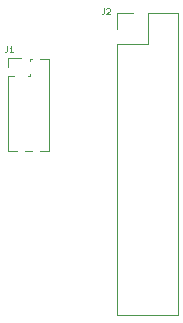
<source format=gto>
G04 #@! TF.GenerationSoftware,KiCad,Pcbnew,5.1.5+dfsg1-2build2*
G04 #@! TF.CreationDate,2020-08-31T21:39:47-07:00*
G04 #@! TF.ProjectId,adapter,61646170-7465-4722-9e6b-696361645f70,v01*
G04 #@! TF.SameCoordinates,Original*
G04 #@! TF.FileFunction,Legend,Top*
G04 #@! TF.FilePolarity,Positive*
%FSLAX46Y46*%
G04 Gerber Fmt 4.6, Leading zero omitted, Abs format (unit mm)*
G04 Created by KiCad (PCBNEW 5.1.5+dfsg1-2build2) date 2020-08-31 21:39:47*
%MOMM*%
%LPD*%
G04 APERTURE LIST*
%ADD10C,0.120000*%
%ADD11C,0.062500*%
G04 APERTURE END LIST*
D10*
X141465001Y-112375001D02*
X146665001Y-112375001D01*
X141465001Y-89455001D02*
X141465001Y-112375001D01*
X146665001Y-86855001D02*
X146665001Y-112375001D01*
X141465001Y-89455001D02*
X144065001Y-89455001D01*
X144065001Y-89455001D02*
X144065001Y-86855001D01*
X144065001Y-86855001D02*
X146665001Y-86855001D01*
X141465001Y-88185001D02*
X141465001Y-86855001D01*
X141465001Y-86855001D02*
X142795001Y-86855001D01*
X132220000Y-98485000D02*
X133042470Y-98485000D01*
X134927530Y-98485000D02*
X135750000Y-98485000D01*
X133657530Y-98485000D02*
X134312470Y-98485000D01*
X132220000Y-92200000D02*
X132220000Y-98485000D01*
X135750000Y-90745000D02*
X135750000Y-98485000D01*
X132220000Y-92200000D02*
X132786529Y-92200000D01*
X133913471Y-92200000D02*
X134056529Y-92200000D01*
X134110000Y-92146529D02*
X134110000Y-92003471D01*
X134110000Y-90876529D02*
X134110000Y-90745000D01*
X134110000Y-90745000D02*
X134312470Y-90745000D01*
X134927530Y-90745000D02*
X135750000Y-90745000D01*
X132220000Y-91440000D02*
X132220000Y-90680000D01*
X132220000Y-90680000D02*
X133350000Y-90680000D01*
D11*
X140371533Y-86416390D02*
X140371533Y-86773533D01*
X140347723Y-86844961D01*
X140300104Y-86892580D01*
X140228676Y-86916390D01*
X140181057Y-86916390D01*
X140585819Y-86464009D02*
X140609628Y-86440200D01*
X140657247Y-86416390D01*
X140776295Y-86416390D01*
X140823914Y-86440200D01*
X140847723Y-86464009D01*
X140871533Y-86511628D01*
X140871533Y-86559247D01*
X140847723Y-86630676D01*
X140562009Y-86916390D01*
X140871533Y-86916390D01*
X132167333Y-89667590D02*
X132167333Y-90024733D01*
X132143523Y-90096161D01*
X132095904Y-90143780D01*
X132024476Y-90167590D01*
X131976857Y-90167590D01*
X132667333Y-90167590D02*
X132381619Y-90167590D01*
X132524476Y-90167590D02*
X132524476Y-89667590D01*
X132476857Y-89739019D01*
X132429238Y-89786638D01*
X132381619Y-89810447D01*
M02*

</source>
